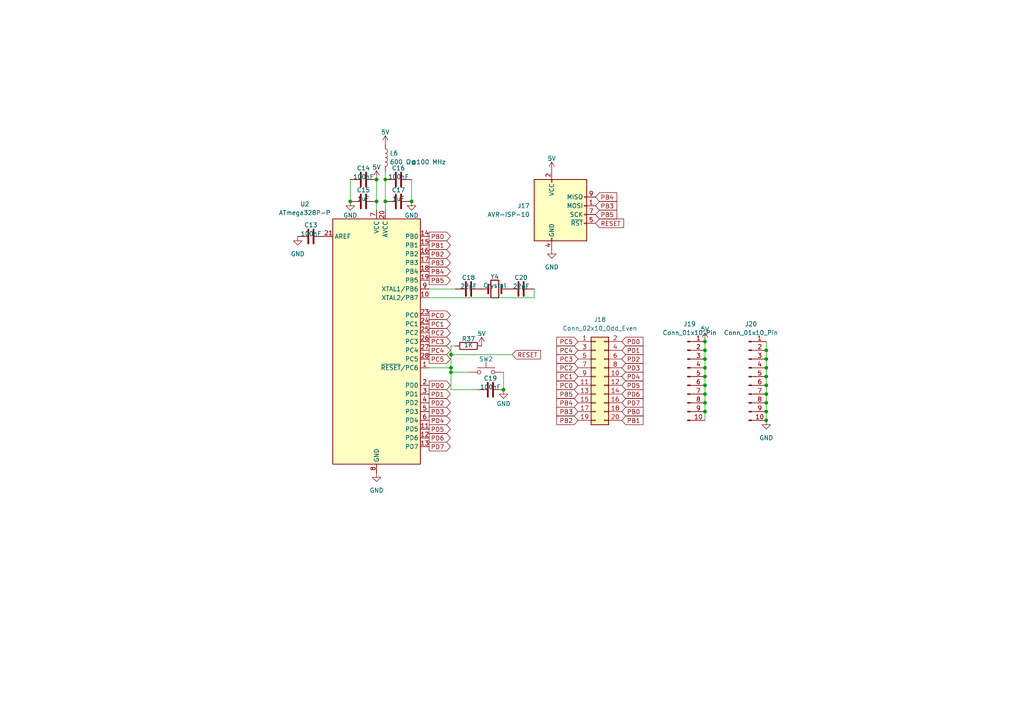
<source format=kicad_sch>
(kicad_sch (version 20250114) (generator "eeschema") (generator_version "9.0")
  (paper "A4")
  (title_block (title "ATMega328") (date "2025-11-04") (rev "1.0") (company "PKl"))
  (lib_symbols
    (symbol "Connector:AVR-ISP-10" (pin_names (offset 1.016))
      (property "Reference" "J" (at -6.35 11.43 0))
      (property "Value" "AVR-ISP-10" (at 0 11.43 0))
      (symbol "AVR-ISP-10_0_1"
        (rectangle (start -2.667 10.16) (end -2.413 9.398))
        (rectangle (start -2.667 -6.858) (end -2.413 -7.62))
        (rectangle (start 7.62 10.16) (end -7.62 -7.62) (stroke (width 0.254)) (fill (type background)))
        (rectangle (start 7.62 5.207) (end 6.858 4.953))
        (rectangle (start 7.62 2.667) (end 6.858 2.413))
        (rectangle (start 7.62 0.127) (end 6.858 -0.127))
        (rectangle (start 7.62 -2.413) (end 6.858 -2.667))
      )
      (symbol "AVR-ISP-10_1_1"
        (pin passive line (at -2.54 12.7 270) (length 2.54) (name "VCC") (number "2"))
        (pin passive line (at -2.54 -10.16 90) (length 2.54) (hide yes) (name "GND") (number "10"))
        (pin passive line (at -2.54 -10.16 90) (length 2.54) (name "GND") (number "4"))
        (pin passive line (at -2.54 -10.16 90) (length 2.54) (hide yes) (name "GND") (number "6"))
        (pin passive line (at -2.54 -10.16 90) (length 2.54) (hide yes) (name "GND") (number "8"))
        (pin no_connect line (at 7.62 -5.08 180) (length 2.54) (hide yes) (name "NC") (number "3"))
        (pin passive line (at 10.16 5.08 180) (length 2.54) (name "MISO") (number "9"))
        (pin passive line (at 10.16 2.54 180) (length 2.54) (name "MOSI") (number "1"))
        (pin passive line (at 10.16 0 180) (length 2.54) (name "SCK") (number "7"))
        (pin passive line (at 10.16 -2.54 180) (length 2.54) (name "~{RST}") (number "5"))
      )
    )
    (symbol "Connector:Conn_01x10_Pin" (pin_names (offset 1.016) (hide yes))
      (property "Reference" "J" (at 0 12.7 0))
      (property "Value" "Conn_01x10_Pin" (at 0 -15.24 0))
      (symbol "Conn_01x10_Pin_1_1"
        (rectangle (start 0.8636 10.287) (end 0 10.033) (stroke (width 0.1524)) (fill (type outline)))
        (rectangle (start 0.8636 7.747) (end 0 7.493) (stroke (width 0.1524)) (fill (type outline)))
        (rectangle (start 0.8636 5.207) (end 0 4.953) (stroke (width 0.1524)) (fill (type outline)))
        (rectangle (start 0.8636 2.667) (end 0 2.413) (stroke (width 0.1524)) (fill (type outline)))
        (rectangle (start 0.8636 0.127) (end 0 -0.127) (stroke (width 0.1524)) (fill (type outline)))
        (rectangle (start 0.8636 -2.413) (end 0 -2.667) (stroke (width 0.1524)) (fill (type outline)))
        (rectangle (start 0.8636 -4.953) (end 0 -5.207) (stroke (width 0.1524)) (fill (type outline)))
        (rectangle (start 0.8636 -7.493) (end 0 -7.747) (stroke (width 0.1524)) (fill (type outline)))
        (rectangle (start 0.8636 -10.033) (end 0 -10.287) (stroke (width 0.1524)) (fill (type outline)))
        (rectangle (start 0.8636 -12.573) (end 0 -12.827) (stroke (width 0.1524)) (fill (type outline)))
        (polyline (pts (xy 1.27 10.16) (xy 0.8636 10.16)) (stroke (width 0.1524)))
        (polyline (pts (xy 1.27 7.62) (xy 0.8636 7.62)) (stroke (width 0.1524)))
        (polyline (pts (xy 1.27 5.08) (xy 0.8636 5.08)) (stroke (width 0.1524)))
        (polyline (pts (xy 1.27 2.54) (xy 0.8636 2.54)) (stroke (width 0.1524)))
        (polyline (pts (xy 1.27 0) (xy 0.8636 0)) (stroke (width 0.1524)))
        (polyline (pts (xy 1.27 -2.54) (xy 0.8636 -2.54)) (stroke (width 0.1524)))
        (polyline (pts (xy 1.27 -5.08) (xy 0.8636 -5.08)) (stroke (width 0.1524)))
        (polyline (pts (xy 1.27 -7.62) (xy 0.8636 -7.62)) (stroke (width 0.1524)))
        (polyline (pts (xy 1.27 -10.16) (xy 0.8636 -10.16)) (stroke (width 0.1524)))
        (polyline (pts (xy 1.27 -12.7) (xy 0.8636 -12.7)) (stroke (width 0.1524)))
        (pin passive line (at 5.08 10.16 180) (length 3.81) (name "Pin_1") (number "1"))
        (pin passive line (at 5.08 7.62 180) (length 3.81) (name "Pin_2") (number "2"))
        (pin passive line (at 5.08 5.08 180) (length 3.81) (name "Pin_3") (number "3"))
        (pin passive line (at 5.08 2.54 180) (length 3.81) (name "Pin_4") (number "4"))
        (pin passive line (at 5.08 0 180) (length 3.81) (name "Pin_5") (number "5"))
        (pin passive line (at 5.08 -2.54 180) (length 3.81) (name "Pin_6") (number "6"))
        (pin passive line (at 5.08 -5.08 180) (length 3.81) (name "Pin_7") (number "7"))
        (pin passive line (at 5.08 -7.62 180) (length 3.81) (name "Pin_8") (number "8"))
        (pin passive line (at 5.08 -10.16 180) (length 3.81) (name "Pin_9") (number "9"))
        (pin passive line (at 5.08 -12.7 180) (length 3.81) (name "Pin_10") (number "10"))
      )
    )
    (symbol "Connector_Generic:Conn_02x10_Odd_Even" (pin_names (offset 1.016) (hide yes))
      (property "Reference" "J" (at 1.27 12.7 0))
      (property "Value" "Conn_02x10_Odd_Even" (at 1.27 -15.24 0))
      (symbol "Conn_02x10_Odd_Even_1_1"
        (rectangle (start -1.27 11.43) (end 3.81 -13.97) (stroke (width 0.254)) (fill (type background)))
        (rectangle (start -1.27 10.287) (end 0 10.033) (stroke (width 0.1524)))
        (rectangle (start -1.27 7.747) (end 0 7.493) (stroke (width 0.1524)))
        (rectangle (start -1.27 5.207) (end 0 4.953) (stroke (width 0.1524)))
        (rectangle (start -1.27 2.667) (end 0 2.413) (stroke (width 0.1524)))
        (rectangle (start -1.27 0.127) (end 0 -0.127) (stroke (width 0.1524)))
        (rectangle (start -1.27 -2.413) (end 0 -2.667) (stroke (width 0.1524)))
        (rectangle (start -1.27 -4.953) (end 0 -5.207) (stroke (width 0.1524)))
        (rectangle (start -1.27 -7.493) (end 0 -7.747) (stroke (width 0.1524)))
        (rectangle (start -1.27 -10.033) (end 0 -10.287) (stroke (width 0.1524)))
        (rectangle (start -1.27 -12.573) (end 0 -12.827) (stroke (width 0.1524)))
        (rectangle (start 3.81 10.287) (end 2.54 10.033) (stroke (width 0.1524)))
        (rectangle (start 3.81 7.747) (end 2.54 7.493) (stroke (width 0.1524)))
        (rectangle (start 3.81 5.207) (end 2.54 4.953) (stroke (width 0.1524)))
        (rectangle (start 3.81 2.667) (end 2.54 2.413) (stroke (width 0.1524)))
        (rectangle (start 3.81 0.127) (end 2.54 -0.127) (stroke (width 0.1524)))
        (rectangle (start 3.81 -2.413) (end 2.54 -2.667) (stroke (width 0.1524)))
        (rectangle (start 3.81 -4.953) (end 2.54 -5.207) (stroke (width 0.1524)))
        (rectangle (start 3.81 -7.493) (end 2.54 -7.747) (stroke (width 0.1524)))
        (rectangle (start 3.81 -10.033) (end 2.54 -10.287) (stroke (width 0.1524)))
        (rectangle (start 3.81 -12.573) (end 2.54 -12.827) (stroke (width 0.1524)))
        (pin passive line (at -5.08 10.16 0) (length 3.81) (name "Pin_1") (number "1"))
        (pin passive line (at -5.08 7.62 0) (length 3.81) (name "Pin_3") (number "3"))
        (pin passive line (at -5.08 5.08 0) (length 3.81) (name "Pin_5") (number "5"))
        (pin passive line (at -5.08 2.54 0) (length 3.81) (name "Pin_7") (number "7"))
        (pin passive line (at -5.08 0 0) (length 3.81) (name "Pin_9") (number "9"))
        (pin passive line (at -5.08 -2.54 0) (length 3.81) (name "Pin_11") (number "11"))
        (pin passive line (at -5.08 -5.08 0) (length 3.81) (name "Pin_13") (number "13"))
        (pin passive line (at -5.08 -7.62 0) (length 3.81) (name "Pin_15") (number "15"))
        (pin passive line (at -5.08 -10.16 0) (length 3.81) (name "Pin_17") (number "17"))
        (pin passive line (at -5.08 -12.7 0) (length 3.81) (name "Pin_19") (number "19"))
        (pin passive line (at 7.62 10.16 180) (length 3.81) (name "Pin_2") (number "2"))
        (pin passive line (at 7.62 7.62 180) (length 3.81) (name "Pin_4") (number "4"))
        (pin passive line (at 7.62 5.08 180) (length 3.81) (name "Pin_6") (number "6"))
        (pin passive line (at 7.62 2.54 180) (length 3.81) (name "Pin_8") (number "8"))
        (pin passive line (at 7.62 0 180) (length 3.81) (name "Pin_10") (number "10"))
        (pin passive line (at 7.62 -2.54 180) (length 3.81) (name "Pin_12") (number "12"))
        (pin passive line (at 7.62 -5.08 180) (length 3.81) (name "Pin_14") (number "14"))
        (pin passive line (at 7.62 -7.62 180) (length 3.81) (name "Pin_16") (number "16"))
        (pin passive line (at 7.62 -10.16 180) (length 3.81) (name "Pin_18") (number "18"))
        (pin passive line (at 7.62 -12.7 180) (length 3.81) (name "Pin_20") (number "20"))
      )
    )
    (symbol "Device:C" (pin_numbers (hide yes)) (pin_names (offset 0.254))
      (property "Reference" "C" (at 0.635 2.54 0))
      (property "Value" "C" (at 0.635 -2.54 0))
      (symbol "C_0_1"
        (polyline (pts (xy -2.032 0.762) (xy 2.032 0.762)) (stroke (width 0.508)))
        (polyline (pts (xy -2.032 -0.762) (xy 2.032 -0.762)) (stroke (width 0.508)))
      )
      (symbol "C_1_1"
        (pin passive line (at 0 3.81 270) (length 2.794) (name "~") (number "1"))
        (pin passive line (at 0 -3.81 90) (length 2.794) (name "~") (number "2"))
      )
    )
    (symbol "Device:Crystal" (pin_numbers (hide yes)) (pin_names (offset 1.016) (hide yes))
      (property "Reference" "Y" (at 0 3.81 0))
      (property "Value" "Crystal" (at 0 -3.81 0))
      (symbol "Crystal_0_1"
        (polyline (pts (xy -2.54 0) (xy -1.905 0)))
        (polyline (pts (xy -1.905 -1.27) (xy -1.905 1.27)) (stroke (width 0.508)))
        (rectangle (start -1.143 2.54) (end 1.143 -2.54) (stroke (width 0.3048)))
        (polyline (pts (xy 1.905 -1.27) (xy 1.905 1.27)) (stroke (width 0.508)))
        (polyline (pts (xy 2.54 0) (xy 1.905 0)))
      )
      (symbol "Crystal_1_1"
        (pin passive line (at -3.81 0 0) (length 1.27) (name "1") (number "1"))
        (pin passive line (at 3.81 0 180) (length 1.27) (name "2") (number "2"))
      )
    )
    (symbol "Device:L" (pin_numbers (hide yes)) (pin_names (offset 1.016) (hide yes))
      (property "Reference" "L" (at -1.27 0 90))
      (property "Value" "L" (at 1.905 0 90))
      (symbol "L_0_1"
        (arc (start 0 2.54) (mid 0.6323 1.905) (end 0 1.27))
        (arc (start 0 1.27) (mid 0.6323 0.635) (end 0 0))
        (arc (start 0 0) (mid 0.6323 -0.635) (end 0 -1.27))
        (arc (start 0 -1.27) (mid 0.6323 -1.905) (end 0 -2.54))
      )
      (symbol "L_1_1"
        (pin passive line (at 0 3.81 270) (length 1.27) (name "1") (number "1"))
        (pin passive line (at 0 -3.81 90) (length 1.27) (name "2") (number "2"))
      )
    )
    (symbol "Device:R" (pin_numbers (hide yes)) (pin_names (offset 0))
      (property "Reference" "R" (at 2.032 0 90))
      (property "Value" "R" (at 0 0 90))
      (symbol "R_0_1"
        (rectangle (start -1.016 -2.54) (end 1.016 2.54) (stroke (width 0.254)))
      )
      (symbol "R_1_1"
        (pin passive line (at 0 3.81 270) (length 1.27) (name "~") (number "1"))
        (pin passive line (at 0 -3.81 90) (length 1.27) (name "~") (number "2"))
      )
    )
    (symbol "MCU_Microchip_ATmega:ATmega328P-P"
      (property "Reference" "U" (at -12.7 36.83 0))
      (property "Value" "ATmega328P-P" (at 2.54 -36.83 0))
      (symbol "ATmega328P-P_0_1"
        (rectangle (start -12.7 -35.56) (end 12.7 35.56) (stroke (width 0.254)) (fill (type background)))
      )
      (symbol "ATmega328P-P_1_1"
        (pin passive line (at -15.24 30.48 0) (length 2.54) (name "AREF") (number "21"))
        (pin power_in line (at 0 38.1 270) (length 2.54) (name "VCC") (number "7"))
        (pin passive line (at 0 -38.1 90) (length 2.54) (hide yes) (name "GND") (number "22"))
        (pin power_in line (at 0 -38.1 90) (length 2.54) (name "GND") (number "8"))
        (pin power_in line (at 2.54 38.1 270) (length 2.54) (name "AVCC") (number "20"))
        (pin bidirectional line (at 15.24 30.48 180) (length 2.54) (name "PB0") (number "14"))
        (pin bidirectional line (at 15.24 27.94 180) (length 2.54) (name "PB1") (number "15"))
        (pin bidirectional line (at 15.24 25.4 180) (length 2.54) (name "PB2") (number "16"))
        (pin bidirectional line (at 15.24 22.86 180) (length 2.54) (name "PB3") (number "17"))
        (pin bidirectional line (at 15.24 20.32 180) (length 2.54) (name "PB4") (number "18"))
        (pin bidirectional line (at 15.24 17.78 180) (length 2.54) (name "PB5") (number "19"))
        (pin bidirectional line (at 15.24 15.24 180) (length 2.54) (name "XTAL1/PB6") (number "9"))
        (pin bidirectional line (at 15.24 12.7 180) (length 2.54) (name "XTAL2/PB7") (number "10"))
        (pin bidirectional line (at 15.24 7.62 180) (length 2.54) (name "PC0") (number "23"))
        (pin bidirectional line (at 15.24 5.08 180) (length 2.54) (name "PC1") (number "24"))
        (pin bidirectional line (at 15.24 2.54 180) (length 2.54) (name "PC2") (number "25"))
        (pin bidirectional line (at 15.24 0 180) (length 2.54) (name "PC3") (number "26"))
        (pin bidirectional line (at 15.24 -2.54 180) (length 2.54) (name "PC4") (number "27"))
        (pin bidirectional line (at 15.24 -5.08 180) (length 2.54) (name "PC5") (number "28"))
        (pin bidirectional line (at 15.24 -7.62 180) (length 2.54) (name "~{RESET}/PC6") (number "1"))
        (pin bidirectional line (at 15.24 -12.7 180) (length 2.54) (name "PD0") (number "2"))
        (pin bidirectional line (at 15.24 -15.24 180) (length 2.54) (name "PD1") (number "3"))
        (pin bidirectional line (at 15.24 -17.78 180) (length 2.54) (name "PD2") (number "4"))
        (pin bidirectional line (at 15.24 -20.32 180) (length 2.54) (name "PD3") (number "5"))
        (pin bidirectional line (at 15.24 -22.86 180) (length 2.54) (name "PD4") (number "6"))
        (pin bidirectional line (at 15.24 -25.4 180) (length 2.54) (name "PD5") (number "11"))
        (pin bidirectional line (at 15.24 -27.94 180) (length 2.54) (name "PD6") (number "12"))
        (pin bidirectional line (at 15.24 -30.48 180) (length 2.54) (name "PD7") (number "13"))
      )
    )
    (symbol "Switch:SW_Push" (pin_numbers (hide yes)) (pin_names (offset 1.016) (hide yes))
      (property "Reference" "SW" (at 1.27 2.54 0))
      (property "Value" "SW_Push" (at 0 -1.524 0))
      (symbol "SW_Push_0_1"
        (circle (center -2.032 0) (radius 0.508))
        (polyline (pts (xy 0 1.27) (xy 0 3.048)))
        (circle (center 2.032 0) (radius 0.508))
        (polyline (pts (xy 2.54 1.27) (xy -2.54 1.27)))
        (pin passive line (at -5.08 0 0) (length 2.54) (name "1") (number "1"))
        (pin passive line (at 5.08 0 180) (length 2.54) (name "2") (number "2"))
      )
    )
    (symbol "power:+5V" (power) (pin_numbers (hide yes)) (pin_names (offset 0) (hide yes))
      (property "Value" "+5V" (at 0 3.556 0))
      (symbol "+5V_0_1"
        (polyline (pts (xy -0.762 1.27) (xy 0 2.54)))
        (polyline (pts (xy 0 2.54) (xy 0.762 1.27)))
        (polyline (pts (xy 0 0) (xy 0 2.54)))
      )
      (symbol "+5V_1_1"
        (pin power_in line (at 0 0 90) (length 0) (name "~") (number "1"))
      )
    )
    (symbol "power:GND" (power) (pin_numbers (hide yes)) (pin_names (offset 0) (hide yes))
      (property "Value" "GND" (at 0 -3.81 0))
      (symbol "GND_0_1"
        (polyline (pts (xy 0 0) (xy 0 -1.27) (xy 1.27 -1.27) (xy 0 -2.54) (xy -1.27 -1.27) (xy 0 -1.27)))
      )
      (symbol "GND_1_1"
        (pin power_in line (at 0 0 270) (length 0) (name "~") (number "1"))
      )
    )
  )
  (junction (at 130.81 106.68))
  (junction (at 204.47 104.14))
  (junction (at 204.47 99.06))
  (junction (at 109.22 58.42))
  (junction (at 204.47 109.22))
  (junction (at 222.25 121.92))
  (junction (at 146.05 113.03))
  (junction (at 222.25 106.68))
  (junction (at 204.47 114.3))
  (junction (at 222.25 111.76))
  (junction (at 130.81 102.87))
  (junction (at 130.81 107.95))
  (junction (at 204.47 111.76))
  (junction (at 111.76 52.07))
  (junction (at 222.25 114.3))
  (junction (at 222.25 101.6))
  (junction (at 222.25 104.14))
  (junction (at 204.47 106.68))
  (junction (at 119.38 58.42))
  (junction (at 204.47 116.84))
  (junction (at 101.6 58.42))
  (junction (at 204.47 119.38))
  (junction (at 204.47 101.6))
  (junction (at 109.22 52.07))
  (junction (at 222.25 119.38))
  (junction (at 111.76 58.42))
  (junction (at 222.25 116.84))
  (junction (at 222.25 109.22))
  (wire (pts (xy 130.81 107.95) (xy 130.81 106.68)))
  (wire (pts (xy 204.47 99.06) (xy 204.47 101.6)))
  (wire (pts (xy 222.25 101.6) (xy 222.25 104.14)))
  (wire (pts (xy 146.05 107.95) (xy 146.05 113.03)))
  (wire (pts (xy 204.47 114.3) (xy 204.47 116.84)))
  (wire (pts (xy 130.81 100.33) (xy 130.81 102.87)))
  (wire (pts (xy 222.25 119.38) (xy 222.25 121.92)))
  (wire (pts (xy 132.08 83.82) (xy 124.46 83.82)))
  (wire (pts (xy 148.59 102.87) (xy 130.81 102.87)))
  (wire (pts (xy 111.76 52.07) (xy 111.76 58.42)))
  (wire (pts (xy 204.47 109.22) (xy 204.47 111.76)))
  (wire (pts (xy 111.76 58.42) (xy 111.76 60.96)))
  (wire (pts (xy 222.25 116.84) (xy 222.25 119.38)))
  (wire (pts (xy 204.47 104.14) (xy 204.47 106.68)))
  (wire (pts (xy 222.25 106.68) (xy 222.25 109.22)))
  (wire (pts (xy 130.81 100.33) (xy 132.08 100.33)))
  (wire (pts (xy 124.46 86.36) (xy 154.94 86.36)))
  (wire (pts (xy 204.47 116.84) (xy 204.47 119.38)))
  (wire (pts (xy 130.81 107.95) (xy 130.81 113.03)))
  (wire (pts (xy 222.25 109.22) (xy 222.25 111.76)))
  (wire (pts (xy 124.46 106.68) (xy 130.81 106.68)))
  (wire (pts (xy 222.25 99.06) (xy 222.25 101.6)))
  (wire (pts (xy 222.25 114.3) (xy 222.25 116.84)))
  (wire (pts (xy 130.81 113.03) (xy 138.43 113.03)))
  (wire (pts (xy 111.76 49.53) (xy 111.76 52.07)))
  (wire (pts (xy 204.47 111.76) (xy 204.47 114.3)))
  (wire (pts (xy 130.81 102.87) (xy 130.81 106.68)))
  (wire (pts (xy 222.25 111.76) (xy 222.25 114.3)))
  (wire (pts (xy 204.47 106.68) (xy 204.47 109.22)))
  (wire (pts (xy 204.47 119.38) (xy 204.47 121.92)))
  (wire (pts (xy 109.22 52.07) (xy 109.22 58.42)))
  (wire (pts (xy 204.47 101.6) (xy 204.47 104.14)))
  (wire (pts (xy 154.94 86.36) (xy 154.94 83.82)))
  (wire (pts (xy 222.25 104.14) (xy 222.25 106.68)))
  (wire (pts (xy 135.89 107.95) (xy 130.81 107.95)))
  (wire (pts (xy 119.38 52.07) (xy 119.38 58.42)))
  (wire (pts (xy 109.22 58.42) (xy 109.22 60.96)))
  (wire (pts (xy 101.6 52.07) (xy 101.6 58.42)))
  (global_label "PB3" (shape input) (at 172.72 59.69 0) (property "Intersheetrefs" "${INTERSHEET_REFS}" (effects (hide yes))))
  (global_label "PB1" (shape output) (at 124.46 71.12 0) (property "Intersheetrefs" "${INTERSHEET_REFS}" (effects (hide yes))))
  (global_label "PD0" (shape input) (at 180.34 99.06 0) (property "Intersheetrefs" "${INTERSHEET_REFS}" (effects (hide yes))))
  (global_label "PD5" (shape input) (at 180.34 111.76 0) (property "Intersheetrefs" "${INTERSHEET_REFS}" (effects (hide yes))))
  (global_label "PD7" (shape output) (at 124.46 129.54 0) (property "Intersheetrefs" "${INTERSHEET_REFS}" (effects (hide yes))))
  (global_label "PD1" (shape output) (at 124.46 114.3 0) (property "Intersheetrefs" "${INTERSHEET_REFS}" (effects (hide yes))))
  (global_label "PB3" (shape input) (at 167.64 119.38 180) (property "Intersheetrefs" "${INTERSHEET_REFS}" (effects (hide yes))))
  (global_label "PB1" (shape input) (at 180.34 121.92 0) (property "Intersheetrefs" "${INTERSHEET_REFS}" (effects (hide yes))))
  (global_label "PB2" (shape input) (at 167.64 121.92 180) (property "Intersheetrefs" "${INTERSHEET_REFS}" (effects (hide yes))))
  (global_label "PC4" (shape output) (at 124.46 101.6 0) (property "Intersheetrefs" "${INTERSHEET_REFS}" (effects (hide yes))))
  (global_label "PC0" (shape output) (at 124.46 91.44 0) (property "Intersheetrefs" "${INTERSHEET_REFS}" (effects (hide yes))))
  (global_label "PC3" (shape output) (at 124.46 99.06 0) (property "Intersheetrefs" "${INTERSHEET_REFS}" (effects (hide yes))))
  (global_label "PB4" (shape input) (at 172.72 57.15 0) (property "Intersheetrefs" "${INTERSHEET_REFS}" (effects (hide yes))))
  (global_label "PC5" (shape input) (at 167.64 99.06 180) (property "Intersheetrefs" "${INTERSHEET_REFS}" (effects (hide yes))))
  (global_label "PD4" (shape input) (at 180.34 109.22 0) (property "Intersheetrefs" "${INTERSHEET_REFS}" (effects (hide yes))))
  (global_label "PB2" (shape output) (at 124.46 73.66 0) (property "Intersheetrefs" "${INTERSHEET_REFS}" (effects (hide yes))))
  (global_label "RESET" (shape input) (at 172.72 64.77 0) (property "Intersheetrefs" "${INTERSHEET_REFS}" (effects (hide yes))))
  (global_label "PC0" (shape input) (at 167.64 111.76 180) (property "Intersheetrefs" "${INTERSHEET_REFS}" (effects (hide yes))))
  (global_label "PD6" (shape output) (at 124.46 127 0) (property "Intersheetrefs" "${INTERSHEET_REFS}" (effects (hide yes))))
  (global_label "PC5" (shape output) (at 124.46 104.14 0) (property "Intersheetrefs" "${INTERSHEET_REFS}" (effects (hide yes))))
  (global_label "PC1" (shape output) (at 124.46 93.98 0) (property "Intersheetrefs" "${INTERSHEET_REFS}" (effects (hide yes))))
  (global_label "PB4" (shape output) (at 124.46 78.74 0) (property "Intersheetrefs" "${INTERSHEET_REFS}" (effects (hide yes))))
  (global_label "PD1" (shape input) (at 180.34 101.6 0) (property "Intersheetrefs" "${INTERSHEET_REFS}" (effects (hide yes))))
  (global_label "PC4" (shape input) (at 167.64 101.6 180) (property "Intersheetrefs" "${INTERSHEET_REFS}" (effects (hide yes))))
  (global_label "PD7" (shape input) (at 180.34 116.84 0) (property "Intersheetrefs" "${INTERSHEET_REFS}" (effects (hide yes))))
  (global_label "PC3" (shape input) (at 167.64 104.14 180) (property "Intersheetrefs" "${INTERSHEET_REFS}" (effects (hide yes))))
  (global_label "PD5" (shape output) (at 124.46 124.46 0) (property "Intersheetrefs" "${INTERSHEET_REFS}" (effects (hide yes))))
  (global_label "PB3" (shape output) (at 124.46 76.2 0) (property "Intersheetrefs" "${INTERSHEET_REFS}" (effects (hide yes))))
  (global_label "PB0" (shape input) (at 180.34 119.38 0) (property "Intersheetrefs" "${INTERSHEET_REFS}" (effects (hide yes))))
  (global_label "PD0" (shape output) (at 124.46 111.76 0) (property "Intersheetrefs" "${INTERSHEET_REFS}" (effects (hide yes))))
  (global_label "PD2" (shape output) (at 124.46 116.84 0) (property "Intersheetrefs" "${INTERSHEET_REFS}" (effects (hide yes))))
  (global_label "RESET" (shape input) (at 148.59 102.87 0) (property "Intersheetrefs" "${INTERSHEET_REFS}" (effects (hide yes))))
  (global_label "PD4" (shape output) (at 124.46 121.92 0) (property "Intersheetrefs" "${INTERSHEET_REFS}" (effects (hide yes))))
  (global_label "PB0" (shape output) (at 124.46 68.58 0) (property "Intersheetrefs" "${INTERSHEET_REFS}" (effects (hide yes))))
  (global_label "PB5" (shape input) (at 172.72 62.23 0) (property "Intersheetrefs" "${INTERSHEET_REFS}" (effects (hide yes))))
  (global_label "PC2" (shape input) (at 167.64 106.68 180) (property "Intersheetrefs" "${INTERSHEET_REFS}" (effects (hide yes))))
  (global_label "PD6" (shape input) (at 180.34 114.3 0) (property "Intersheetrefs" "${INTERSHEET_REFS}" (effects (hide yes))))
  (global_label "PD2" (shape input) (at 180.34 104.14 0) (property "Intersheetrefs" "${INTERSHEET_REFS}" (effects (hide yes))))
  (global_label "PB5" (shape input) (at 167.64 114.3 180) (property "Intersheetrefs" "${INTERSHEET_REFS}" (effects (hide yes))))
  (global_label "PB5" (shape output) (at 124.46 81.28 0) (property "Intersheetrefs" "${INTERSHEET_REFS}" (effects (hide yes))))
  (global_label "PB4" (shape input) (at 167.64 116.84 180) (property "Intersheetrefs" "${INTERSHEET_REFS}" (effects (hide yes))))
  (global_label "PC2" (shape output) (at 124.46 96.52 0) (property "Intersheetrefs" "${INTERSHEET_REFS}" (effects (hide yes))))
  (global_label "PD3" (shape input) (at 180.34 106.68 0) (property "Intersheetrefs" "${INTERSHEET_REFS}" (effects (hide yes))))
  (global_label "PD3" (shape output) (at 124.46 119.38 0) (property "Intersheetrefs" "${INTERSHEET_REFS}" (effects (hide yes))))
  (global_label "PC1" (shape input) (at 167.64 109.22 180) (property "Intersheetrefs" "${INTERSHEET_REFS}" (effects (hide yes))))
  (symbol (lib_id "power:+5V") (at 204.47 99.06 0) (unit 1)
    (property "Reference" "#PWR015" (effects (hide yes)))
    (property "Value" "5V" (at 204.47 95.504 0))
    (property "Description" "Power symbol creates a global label with name \"+5V\"" (effects (hide yes)))
  )
  (symbol (lib_id "Device:Crystal") (at 143.51 83.82 0) (unit 1)
    (property "Reference" "Y4" (at 143.51 80.264 0))
    (property "Value" "Crystal" (at 143.51 82.804 0))
    (property "Footprint" "Crystal:Crystal_HC49-4H_Vertical" (effects (hide yes)))
    (property "Description" "Two pin crystal" (effects (hide yes)))
  )
  (symbol (lib_id "Device:C") (at 90.17 68.58 90) (unit 1)
    (property "Reference" "C13" (at 90.17 65.278 90))
    (property "Value" "100nF" (at 90.17 67.818 90))
    (property "Footprint" "Capacitor_SMD:C_0805_2012Metric_Pad1.18x1.45mm_HandSolder" (effects (hide yes)))
    (property "Description" "Unpolarized capacitor" (effects (hide yes)))
  )
  (symbol (lib_id "Connector_Generic:Conn_02x10_Odd_Even") (at 172.72 109.22 0) (unit 1)
    (property "Reference" "J18" (at 173.99 92.71 0))
    (property "Value" "Conn_02x10_Odd_Even" (at 173.99 95.25 0))
    (property "Footprint" "Connector_PinHeader_2.54mm:PinHeader_2x10_P2.54mm_Vertical" (effects (hide yes)))
    (property "Description" "Generic connector, double row, 02x10, odd/even pin numbering scheme (row 1 odd numbers, row 2 even numbers), script generated (kicad-library-utils/schlib/autogen/connector/)" (effects (hide yes)))
  )
  (symbol (lib_id "power:GND") (at 109.22 137.16 0) (unit 1)
    (property "Reference" "#PWR08" (effects (hide yes)))
    (property "Value" "GND" (at 109.22 142.24 0))
    (property "Description" "Power symbol creates a global label with name \"GND\" , ground" (effects (hide yes)))
  )
  (symbol (lib_id "Device:C") (at 105.41 58.42 90) (unit 1)
    (property "Reference" "C15" (at 105.41 55.118 90))
    (property "Value" "1uF" (at 105.41 57.658 90))
    (property "Footprint" "Capacitor_SMD:C_0805_2012Metric_Pad1.18x1.45mm_HandSolder" (effects (hide yes)))
    (property "Description" "Unpolarized capacitor" (effects (hide yes)))
  )
  (symbol (lib_id "Connector:AVR-ISP-10") (at 162.56 62.23 0) (unit 1)
    (property "Reference" "J17" (at 153.67 59.6899 0) (effects (justify right)))
    (property "Value" "AVR-ISP-10" (at 153.67 62.2299 0) (effects (justify right)))
    (property "Footprint" "Connector_IDC:IDC-Header_2x05_P2.54mm_Vertical" (effects (hide yes)))
    (property "Description" "Atmel 10-pin ISP connector" (effects (hide yes)))
  )
  (symbol (lib_id "power:GND") (at 160.02 72.39 0) (unit 1)
    (property "Reference" "#PWR014" (effects (hide yes)))
    (property "Value" "GND" (at 160.02 77.47 0))
    (property "Description" "Power symbol creates a global label with name \"GND\" , ground" (effects (hide yes)))
  )
  (symbol (lib_id "Device:C") (at 135.89 83.82 90) (unit 1)
    (property "Reference" "C18" (at 135.89 80.518 90))
    (property "Value" "22pF" (at 135.89 83.058 90))
    (property "Footprint" "Capacitor_SMD:C_0805_2012Metric_Pad1.18x1.45mm_HandSolder" (effects (hide yes)))
    (property "Description" "Unpolarized capacitor" (effects (hide yes)))
  )
  (symbol (lib_id "power:+5V") (at 111.76 41.91 0) (unit 1)
    (property "Reference" "#PWR09" (effects (hide yes)))
    (property "Value" "5V" (at 111.76 38.354 0))
    (property "Description" "Power symbol creates a global label with name \"+5V\"" (effects (hide yes)))
  )
  (symbol (lib_id "Switch:SW_Push") (at 140.97 107.95 0) (unit 1)
    (property "Reference" "SW2" (at 140.97 104.14 0))
    (property "Value" "Tact Switch 6x6mm / 13mm" (effects (hide yes)))
    (property "Footprint" "Button_Switch_THT:SW_PUSH_6mm" (effects (hide yes)))
    (property "Description" "Push button switch, generic, two pins" (effects (hide yes)))
  )
  (symbol (lib_id "Connector:Conn_01x10_Pin") (at 199.39 109.22 0) (unit 1)
    (property "Reference" "J19" (at 200.025 93.98 0))
    (property "Value" "Conn_01x10_Pin" (at 200.025 96.52 0))
    (property "Footprint" "Connector_PinHeader_2.54mm:PinHeader_1x10_P2.54mm_Vertical" (effects (hide yes)))
    (property "Description" "Generic connector, single row, 01x10, script generated" (effects (hide yes)))
  )
  (symbol (lib_id "Device:C") (at 115.57 52.07 90) (unit 1)
    (property "Reference" "C16" (at 115.57 48.768 90))
    (property "Value" "100nF" (at 115.57 51.308 90))
    (property "Footprint" "Capacitor_SMD:C_0805_2012Metric_Pad1.18x1.45mm_HandSolder" (effects (hide yes)))
    (property "Description" "Unpolarized capacitor" (effects (hide yes)))
  )
  (symbol (lib_id "MCU_Microchip_ATmega:ATmega328P-P") (at 109.22 99.06 0) (unit 1)
    (property "Reference" "U2" (at 88.392 59.182 0))
    (property "Value" "ATmega328P-P" (at 88.392 61.722 0))
    (property "Footprint" "Package_DIP:DIP-28_W7.62mm" (effects (hide yes)))
    (property "Datasheet" "http://ww1.microchip.com/downloads/en/DeviceDoc/ATmega328_P%20AVR%20MCU%20with%20picoPower%20Technology%20Data%20Sheet%2040001984A.pdf" (effects (hide yes)))
    (property "Description" "20MHz, 32kB Flash, 2kB SRAM, 1kB EEPROM, DIP-28" (effects (hide yes)))
  )
  (symbol (lib_id "Device:C") (at 105.41 52.07 90) (unit 1)
    (property "Reference" "C14" (at 105.41 48.768 90))
    (property "Value" "100nF" (at 105.41 51.308 90))
    (property "Footprint" "Capacitor_SMD:C_0805_2012Metric_Pad1.18x1.45mm_HandSolder" (effects (hide yes)))
    (property "Description" "Unpolarized capacitor" (effects (hide yes)))
  )
  (symbol (lib_id "Connector:Conn_01x10_Pin") (at 217.17 109.22 0) (unit 1)
    (property "Reference" "J20" (at 217.805 93.98 0))
    (property "Value" "Conn_01x10_Pin" (at 217.805 96.52 0))
    (property "Footprint" "Connector_PinHeader_2.54mm:PinHeader_1x10_P2.54mm_Vertical" (effects (hide yes)))
    (property "Description" "Generic connector, single row, 01x10, script generated" (effects (hide yes)))
  )
  (symbol (lib_id "Device:C") (at 151.13 83.82 90) (unit 1)
    (property "Reference" "C20" (at 151.13 80.518 90))
    (property "Value" "22pF" (at 151.13 83.058 90))
    (property "Footprint" "Capacitor_SMD:C_0805_2012Metric_Pad1.18x1.45mm_HandSolder" (effects (hide yes)))
    (property "Description" "Unpolarized capacitor" (effects (hide yes)))
  )
  (symbol (lib_id "power:+5V") (at 139.7 100.33 0) (unit 1)
    (property "Reference" "#PWR011" (effects (hide yes)))
    (property "Value" "5V" (at 139.7 96.774 0))
    (property "Description" "Power symbol creates a global label with name \"+5V\"" (effects (hide yes)))
  )
  (symbol (lib_id "Device:R") (at 135.89 100.33 270) (unit 1)
    (property "Reference" "R37" (at 135.89 98.298 90))
    (property "Value" "1K" (at 135.89 100.076 90))
    (property "Footprint" "Resistor_SMD:R_0805_2012Metric" (effects (hide yes)))
    (property "Description" "Resistor" (effects (hide yes)))
  )
  (symbol (lib_id "Device:C") (at 142.24 113.03 90) (unit 1)
    (property "Reference" "C19" (at 142.24 109.728 90))
    (property "Value" "100nF" (at 142.24 112.268 90))
    (property "Footprint" "Capacitor_SMD:C_0805_2012Metric_Pad1.18x1.45mm_HandSolder" (effects (hide yes)))
    (property "Description" "Unpolarized capacitor" (effects (hide yes)))
  )
  (symbol (lib_id "power:+5V") (at 160.02 49.53 0) (unit 1)
    (property "Reference" "#PWR013" (effects (hide yes)))
    (property "Value" "5V" (at 160.02 45.974 0))
    (property "Description" "Power symbol creates a global label with name \"+5V\"" (effects (hide yes)))
  )
  (symbol (lib_id "power:GND") (at 101.6 58.42 0) (unit 1)
    (property "Reference" "#PWR06" (effects (hide yes)))
    (property "Value" "GND" (at 101.6 62.484 0))
    (property "Description" "Power symbol creates a global label with name \"GND\" , ground" (effects (hide yes)))
  )
  (symbol (lib_id "power:GND") (at 86.36 68.58 0) (unit 1)
    (property "Reference" "#PWR05" (effects (hide yes)))
    (property "Value" "GND" (at 86.36 73.66 0))
    (property "Description" "Power symbol creates a global label with name \"GND\" , ground" (effects (hide yes)))
  )
  (symbol (lib_id "power:GND") (at 119.38 58.42 0) (unit 1)
    (property "Reference" "#PWR010" (effects (hide yes)))
    (property "Value" "GND" (at 119.38 62.484 0))
    (property "Description" "Power symbol creates a global label with name \"GND\" , ground" (effects (hide yes)))
  )
  (symbol (lib_id "Device:C") (at 115.57 58.42 90) (unit 1)
    (property "Reference" "C17" (at 115.57 55.118 90))
    (property "Value" "1uF" (at 115.57 57.658 90))
    (property "Footprint" "Capacitor_SMD:C_0805_2012Metric_Pad1.18x1.45mm_HandSolder" (effects (hide yes)))
    (property "Description" "Unpolarized capacitor" (effects (hide yes)))
  )
  (symbol (lib_id "power:+5V") (at 109.22 52.07 0) (unit 1)
    (property "Reference" "#PWR07" (effects (hide yes)))
    (property "Value" "5V" (at 109.22 48.514 0))
    (property "Description" "Power symbol creates a global label with name \"+5V\"" (effects (hide yes)))
  )
  (symbol (lib_id "power:GND") (at 146.05 113.03 0) (unit 1)
    (property "Reference" "#PWR012" (effects (hide yes)))
    (property "Value" "GND" (at 146.05 117.094 0))
    (property "Description" "Power symbol creates a global label with name \"GND\" , ground" (effects (hide yes)))
  )
  (symbol (lib_id "Device:L") (at 111.76 45.72 0) (unit 1)
    (property "Reference" "L6" (at 113.03 44.4499 0) (effects (justify left)))
    (property "Value" "600 Ω@100 MHz" (at 113.03 46.9899 0) (effects (justify left)))
    (property "Footprint" "Inductor_SMD:L_0805_2012Metric_Pad1.05x1.20mm_HandSolder" (effects (hide yes)))
    (property "Description" "Inductor" (effects (hide yes)))
  )
  (symbol (lib_id "power:GND") (at 222.25 121.92 0) (unit 1)
    (property "Reference" "#PWR016" (effects (hide yes)))
    (property "Value" "GND" (at 222.25 127 0))
    (property "Description" "Power symbol creates a global label with name \"GND\" , ground" (effects (hide yes)))
  )
)
</source>
